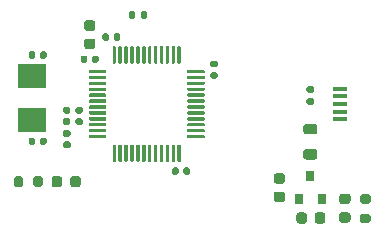
<source format=gbr>
%TF.GenerationSoftware,KiCad,Pcbnew,(5.1.7)-1*%
%TF.CreationDate,2020-11-21T17:56:59+01:00*%
%TF.ProjectId,SimpleTM32,53696d70-6c65-4544-9d33-322e6b696361,rev?*%
%TF.SameCoordinates,Original*%
%TF.FileFunction,Paste,Top*%
%TF.FilePolarity,Positive*%
%FSLAX46Y46*%
G04 Gerber Fmt 4.6, Leading zero omitted, Abs format (unit mm)*
G04 Created by KiCad (PCBNEW (5.1.7)-1) date 2020-11-21 17:56:59*
%MOMM*%
%LPD*%
G01*
G04 APERTURE LIST*
%ADD10R,2.400000X2.000000*%
%ADD11R,0.800000X0.900000*%
%ADD12R,1.300000X0.450000*%
G04 APERTURE END LIST*
%TO.C,U2*%
G36*
G01*
X69100000Y-42220000D02*
X69100000Y-40895000D01*
G75*
G02*
X69175000Y-40820000I75000J0D01*
G01*
X69325000Y-40820000D01*
G75*
G02*
X69400000Y-40895000I0J-75000D01*
G01*
X69400000Y-42220000D01*
G75*
G02*
X69325000Y-42295000I-75000J0D01*
G01*
X69175000Y-42295000D01*
G75*
G02*
X69100000Y-42220000I0J75000D01*
G01*
G37*
G36*
G01*
X69600000Y-42220000D02*
X69600000Y-40895000D01*
G75*
G02*
X69675000Y-40820000I75000J0D01*
G01*
X69825000Y-40820000D01*
G75*
G02*
X69900000Y-40895000I0J-75000D01*
G01*
X69900000Y-42220000D01*
G75*
G02*
X69825000Y-42295000I-75000J0D01*
G01*
X69675000Y-42295000D01*
G75*
G02*
X69600000Y-42220000I0J75000D01*
G01*
G37*
G36*
G01*
X70100000Y-42220000D02*
X70100000Y-40895000D01*
G75*
G02*
X70175000Y-40820000I75000J0D01*
G01*
X70325000Y-40820000D01*
G75*
G02*
X70400000Y-40895000I0J-75000D01*
G01*
X70400000Y-42220000D01*
G75*
G02*
X70325000Y-42295000I-75000J0D01*
G01*
X70175000Y-42295000D01*
G75*
G02*
X70100000Y-42220000I0J75000D01*
G01*
G37*
G36*
G01*
X70600000Y-42220000D02*
X70600000Y-40895000D01*
G75*
G02*
X70675000Y-40820000I75000J0D01*
G01*
X70825000Y-40820000D01*
G75*
G02*
X70900000Y-40895000I0J-75000D01*
G01*
X70900000Y-42220000D01*
G75*
G02*
X70825000Y-42295000I-75000J0D01*
G01*
X70675000Y-42295000D01*
G75*
G02*
X70600000Y-42220000I0J75000D01*
G01*
G37*
G36*
G01*
X71100000Y-42220000D02*
X71100000Y-40895000D01*
G75*
G02*
X71175000Y-40820000I75000J0D01*
G01*
X71325000Y-40820000D01*
G75*
G02*
X71400000Y-40895000I0J-75000D01*
G01*
X71400000Y-42220000D01*
G75*
G02*
X71325000Y-42295000I-75000J0D01*
G01*
X71175000Y-42295000D01*
G75*
G02*
X71100000Y-42220000I0J75000D01*
G01*
G37*
G36*
G01*
X71600000Y-42220000D02*
X71600000Y-40895000D01*
G75*
G02*
X71675000Y-40820000I75000J0D01*
G01*
X71825000Y-40820000D01*
G75*
G02*
X71900000Y-40895000I0J-75000D01*
G01*
X71900000Y-42220000D01*
G75*
G02*
X71825000Y-42295000I-75000J0D01*
G01*
X71675000Y-42295000D01*
G75*
G02*
X71600000Y-42220000I0J75000D01*
G01*
G37*
G36*
G01*
X72100000Y-42220000D02*
X72100000Y-40895000D01*
G75*
G02*
X72175000Y-40820000I75000J0D01*
G01*
X72325000Y-40820000D01*
G75*
G02*
X72400000Y-40895000I0J-75000D01*
G01*
X72400000Y-42220000D01*
G75*
G02*
X72325000Y-42295000I-75000J0D01*
G01*
X72175000Y-42295000D01*
G75*
G02*
X72100000Y-42220000I0J75000D01*
G01*
G37*
G36*
G01*
X72600000Y-42220000D02*
X72600000Y-40895000D01*
G75*
G02*
X72675000Y-40820000I75000J0D01*
G01*
X72825000Y-40820000D01*
G75*
G02*
X72900000Y-40895000I0J-75000D01*
G01*
X72900000Y-42220000D01*
G75*
G02*
X72825000Y-42295000I-75000J0D01*
G01*
X72675000Y-42295000D01*
G75*
G02*
X72600000Y-42220000I0J75000D01*
G01*
G37*
G36*
G01*
X73100000Y-42220000D02*
X73100000Y-40895000D01*
G75*
G02*
X73175000Y-40820000I75000J0D01*
G01*
X73325000Y-40820000D01*
G75*
G02*
X73400000Y-40895000I0J-75000D01*
G01*
X73400000Y-42220000D01*
G75*
G02*
X73325000Y-42295000I-75000J0D01*
G01*
X73175000Y-42295000D01*
G75*
G02*
X73100000Y-42220000I0J75000D01*
G01*
G37*
G36*
G01*
X73600000Y-42220000D02*
X73600000Y-40895000D01*
G75*
G02*
X73675000Y-40820000I75000J0D01*
G01*
X73825000Y-40820000D01*
G75*
G02*
X73900000Y-40895000I0J-75000D01*
G01*
X73900000Y-42220000D01*
G75*
G02*
X73825000Y-42295000I-75000J0D01*
G01*
X73675000Y-42295000D01*
G75*
G02*
X73600000Y-42220000I0J75000D01*
G01*
G37*
G36*
G01*
X74100000Y-42220000D02*
X74100000Y-40895000D01*
G75*
G02*
X74175000Y-40820000I75000J0D01*
G01*
X74325000Y-40820000D01*
G75*
G02*
X74400000Y-40895000I0J-75000D01*
G01*
X74400000Y-42220000D01*
G75*
G02*
X74325000Y-42295000I-75000J0D01*
G01*
X74175000Y-42295000D01*
G75*
G02*
X74100000Y-42220000I0J75000D01*
G01*
G37*
G36*
G01*
X74600000Y-42220000D02*
X74600000Y-40895000D01*
G75*
G02*
X74675000Y-40820000I75000J0D01*
G01*
X74825000Y-40820000D01*
G75*
G02*
X74900000Y-40895000I0J-75000D01*
G01*
X74900000Y-42220000D01*
G75*
G02*
X74825000Y-42295000I-75000J0D01*
G01*
X74675000Y-42295000D01*
G75*
G02*
X74600000Y-42220000I0J75000D01*
G01*
G37*
G36*
G01*
X75425000Y-43045000D02*
X75425000Y-42895000D01*
G75*
G02*
X75500000Y-42820000I75000J0D01*
G01*
X76825000Y-42820000D01*
G75*
G02*
X76900000Y-42895000I0J-75000D01*
G01*
X76900000Y-43045000D01*
G75*
G02*
X76825000Y-43120000I-75000J0D01*
G01*
X75500000Y-43120000D01*
G75*
G02*
X75425000Y-43045000I0J75000D01*
G01*
G37*
G36*
G01*
X75425000Y-43545000D02*
X75425000Y-43395000D01*
G75*
G02*
X75500000Y-43320000I75000J0D01*
G01*
X76825000Y-43320000D01*
G75*
G02*
X76900000Y-43395000I0J-75000D01*
G01*
X76900000Y-43545000D01*
G75*
G02*
X76825000Y-43620000I-75000J0D01*
G01*
X75500000Y-43620000D01*
G75*
G02*
X75425000Y-43545000I0J75000D01*
G01*
G37*
G36*
G01*
X75425000Y-44045000D02*
X75425000Y-43895000D01*
G75*
G02*
X75500000Y-43820000I75000J0D01*
G01*
X76825000Y-43820000D01*
G75*
G02*
X76900000Y-43895000I0J-75000D01*
G01*
X76900000Y-44045000D01*
G75*
G02*
X76825000Y-44120000I-75000J0D01*
G01*
X75500000Y-44120000D01*
G75*
G02*
X75425000Y-44045000I0J75000D01*
G01*
G37*
G36*
G01*
X75425000Y-44545000D02*
X75425000Y-44395000D01*
G75*
G02*
X75500000Y-44320000I75000J0D01*
G01*
X76825000Y-44320000D01*
G75*
G02*
X76900000Y-44395000I0J-75000D01*
G01*
X76900000Y-44545000D01*
G75*
G02*
X76825000Y-44620000I-75000J0D01*
G01*
X75500000Y-44620000D01*
G75*
G02*
X75425000Y-44545000I0J75000D01*
G01*
G37*
G36*
G01*
X75425000Y-45045000D02*
X75425000Y-44895000D01*
G75*
G02*
X75500000Y-44820000I75000J0D01*
G01*
X76825000Y-44820000D01*
G75*
G02*
X76900000Y-44895000I0J-75000D01*
G01*
X76900000Y-45045000D01*
G75*
G02*
X76825000Y-45120000I-75000J0D01*
G01*
X75500000Y-45120000D01*
G75*
G02*
X75425000Y-45045000I0J75000D01*
G01*
G37*
G36*
G01*
X75425000Y-45545000D02*
X75425000Y-45395000D01*
G75*
G02*
X75500000Y-45320000I75000J0D01*
G01*
X76825000Y-45320000D01*
G75*
G02*
X76900000Y-45395000I0J-75000D01*
G01*
X76900000Y-45545000D01*
G75*
G02*
X76825000Y-45620000I-75000J0D01*
G01*
X75500000Y-45620000D01*
G75*
G02*
X75425000Y-45545000I0J75000D01*
G01*
G37*
G36*
G01*
X75425000Y-46045000D02*
X75425000Y-45895000D01*
G75*
G02*
X75500000Y-45820000I75000J0D01*
G01*
X76825000Y-45820000D01*
G75*
G02*
X76900000Y-45895000I0J-75000D01*
G01*
X76900000Y-46045000D01*
G75*
G02*
X76825000Y-46120000I-75000J0D01*
G01*
X75500000Y-46120000D01*
G75*
G02*
X75425000Y-46045000I0J75000D01*
G01*
G37*
G36*
G01*
X75425000Y-46545000D02*
X75425000Y-46395000D01*
G75*
G02*
X75500000Y-46320000I75000J0D01*
G01*
X76825000Y-46320000D01*
G75*
G02*
X76900000Y-46395000I0J-75000D01*
G01*
X76900000Y-46545000D01*
G75*
G02*
X76825000Y-46620000I-75000J0D01*
G01*
X75500000Y-46620000D01*
G75*
G02*
X75425000Y-46545000I0J75000D01*
G01*
G37*
G36*
G01*
X75425000Y-47045000D02*
X75425000Y-46895000D01*
G75*
G02*
X75500000Y-46820000I75000J0D01*
G01*
X76825000Y-46820000D01*
G75*
G02*
X76900000Y-46895000I0J-75000D01*
G01*
X76900000Y-47045000D01*
G75*
G02*
X76825000Y-47120000I-75000J0D01*
G01*
X75500000Y-47120000D01*
G75*
G02*
X75425000Y-47045000I0J75000D01*
G01*
G37*
G36*
G01*
X75425000Y-47545000D02*
X75425000Y-47395000D01*
G75*
G02*
X75500000Y-47320000I75000J0D01*
G01*
X76825000Y-47320000D01*
G75*
G02*
X76900000Y-47395000I0J-75000D01*
G01*
X76900000Y-47545000D01*
G75*
G02*
X76825000Y-47620000I-75000J0D01*
G01*
X75500000Y-47620000D01*
G75*
G02*
X75425000Y-47545000I0J75000D01*
G01*
G37*
G36*
G01*
X75425000Y-48045000D02*
X75425000Y-47895000D01*
G75*
G02*
X75500000Y-47820000I75000J0D01*
G01*
X76825000Y-47820000D01*
G75*
G02*
X76900000Y-47895000I0J-75000D01*
G01*
X76900000Y-48045000D01*
G75*
G02*
X76825000Y-48120000I-75000J0D01*
G01*
X75500000Y-48120000D01*
G75*
G02*
X75425000Y-48045000I0J75000D01*
G01*
G37*
G36*
G01*
X75425000Y-48545000D02*
X75425000Y-48395000D01*
G75*
G02*
X75500000Y-48320000I75000J0D01*
G01*
X76825000Y-48320000D01*
G75*
G02*
X76900000Y-48395000I0J-75000D01*
G01*
X76900000Y-48545000D01*
G75*
G02*
X76825000Y-48620000I-75000J0D01*
G01*
X75500000Y-48620000D01*
G75*
G02*
X75425000Y-48545000I0J75000D01*
G01*
G37*
G36*
G01*
X74600000Y-50545000D02*
X74600000Y-49220000D01*
G75*
G02*
X74675000Y-49145000I75000J0D01*
G01*
X74825000Y-49145000D01*
G75*
G02*
X74900000Y-49220000I0J-75000D01*
G01*
X74900000Y-50545000D01*
G75*
G02*
X74825000Y-50620000I-75000J0D01*
G01*
X74675000Y-50620000D01*
G75*
G02*
X74600000Y-50545000I0J75000D01*
G01*
G37*
G36*
G01*
X74100000Y-50545000D02*
X74100000Y-49220000D01*
G75*
G02*
X74175000Y-49145000I75000J0D01*
G01*
X74325000Y-49145000D01*
G75*
G02*
X74400000Y-49220000I0J-75000D01*
G01*
X74400000Y-50545000D01*
G75*
G02*
X74325000Y-50620000I-75000J0D01*
G01*
X74175000Y-50620000D01*
G75*
G02*
X74100000Y-50545000I0J75000D01*
G01*
G37*
G36*
G01*
X73600000Y-50545000D02*
X73600000Y-49220000D01*
G75*
G02*
X73675000Y-49145000I75000J0D01*
G01*
X73825000Y-49145000D01*
G75*
G02*
X73900000Y-49220000I0J-75000D01*
G01*
X73900000Y-50545000D01*
G75*
G02*
X73825000Y-50620000I-75000J0D01*
G01*
X73675000Y-50620000D01*
G75*
G02*
X73600000Y-50545000I0J75000D01*
G01*
G37*
G36*
G01*
X73100000Y-50545000D02*
X73100000Y-49220000D01*
G75*
G02*
X73175000Y-49145000I75000J0D01*
G01*
X73325000Y-49145000D01*
G75*
G02*
X73400000Y-49220000I0J-75000D01*
G01*
X73400000Y-50545000D01*
G75*
G02*
X73325000Y-50620000I-75000J0D01*
G01*
X73175000Y-50620000D01*
G75*
G02*
X73100000Y-50545000I0J75000D01*
G01*
G37*
G36*
G01*
X72600000Y-50545000D02*
X72600000Y-49220000D01*
G75*
G02*
X72675000Y-49145000I75000J0D01*
G01*
X72825000Y-49145000D01*
G75*
G02*
X72900000Y-49220000I0J-75000D01*
G01*
X72900000Y-50545000D01*
G75*
G02*
X72825000Y-50620000I-75000J0D01*
G01*
X72675000Y-50620000D01*
G75*
G02*
X72600000Y-50545000I0J75000D01*
G01*
G37*
G36*
G01*
X72100000Y-50545000D02*
X72100000Y-49220000D01*
G75*
G02*
X72175000Y-49145000I75000J0D01*
G01*
X72325000Y-49145000D01*
G75*
G02*
X72400000Y-49220000I0J-75000D01*
G01*
X72400000Y-50545000D01*
G75*
G02*
X72325000Y-50620000I-75000J0D01*
G01*
X72175000Y-50620000D01*
G75*
G02*
X72100000Y-50545000I0J75000D01*
G01*
G37*
G36*
G01*
X71600000Y-50545000D02*
X71600000Y-49220000D01*
G75*
G02*
X71675000Y-49145000I75000J0D01*
G01*
X71825000Y-49145000D01*
G75*
G02*
X71900000Y-49220000I0J-75000D01*
G01*
X71900000Y-50545000D01*
G75*
G02*
X71825000Y-50620000I-75000J0D01*
G01*
X71675000Y-50620000D01*
G75*
G02*
X71600000Y-50545000I0J75000D01*
G01*
G37*
G36*
G01*
X71100000Y-50545000D02*
X71100000Y-49220000D01*
G75*
G02*
X71175000Y-49145000I75000J0D01*
G01*
X71325000Y-49145000D01*
G75*
G02*
X71400000Y-49220000I0J-75000D01*
G01*
X71400000Y-50545000D01*
G75*
G02*
X71325000Y-50620000I-75000J0D01*
G01*
X71175000Y-50620000D01*
G75*
G02*
X71100000Y-50545000I0J75000D01*
G01*
G37*
G36*
G01*
X70600000Y-50545000D02*
X70600000Y-49220000D01*
G75*
G02*
X70675000Y-49145000I75000J0D01*
G01*
X70825000Y-49145000D01*
G75*
G02*
X70900000Y-49220000I0J-75000D01*
G01*
X70900000Y-50545000D01*
G75*
G02*
X70825000Y-50620000I-75000J0D01*
G01*
X70675000Y-50620000D01*
G75*
G02*
X70600000Y-50545000I0J75000D01*
G01*
G37*
G36*
G01*
X70100000Y-50545000D02*
X70100000Y-49220000D01*
G75*
G02*
X70175000Y-49145000I75000J0D01*
G01*
X70325000Y-49145000D01*
G75*
G02*
X70400000Y-49220000I0J-75000D01*
G01*
X70400000Y-50545000D01*
G75*
G02*
X70325000Y-50620000I-75000J0D01*
G01*
X70175000Y-50620000D01*
G75*
G02*
X70100000Y-50545000I0J75000D01*
G01*
G37*
G36*
G01*
X69600000Y-50545000D02*
X69600000Y-49220000D01*
G75*
G02*
X69675000Y-49145000I75000J0D01*
G01*
X69825000Y-49145000D01*
G75*
G02*
X69900000Y-49220000I0J-75000D01*
G01*
X69900000Y-50545000D01*
G75*
G02*
X69825000Y-50620000I-75000J0D01*
G01*
X69675000Y-50620000D01*
G75*
G02*
X69600000Y-50545000I0J75000D01*
G01*
G37*
G36*
G01*
X69100000Y-50545000D02*
X69100000Y-49220000D01*
G75*
G02*
X69175000Y-49145000I75000J0D01*
G01*
X69325000Y-49145000D01*
G75*
G02*
X69400000Y-49220000I0J-75000D01*
G01*
X69400000Y-50545000D01*
G75*
G02*
X69325000Y-50620000I-75000J0D01*
G01*
X69175000Y-50620000D01*
G75*
G02*
X69100000Y-50545000I0J75000D01*
G01*
G37*
G36*
G01*
X67100000Y-48545000D02*
X67100000Y-48395000D01*
G75*
G02*
X67175000Y-48320000I75000J0D01*
G01*
X68500000Y-48320000D01*
G75*
G02*
X68575000Y-48395000I0J-75000D01*
G01*
X68575000Y-48545000D01*
G75*
G02*
X68500000Y-48620000I-75000J0D01*
G01*
X67175000Y-48620000D01*
G75*
G02*
X67100000Y-48545000I0J75000D01*
G01*
G37*
G36*
G01*
X67100000Y-48045000D02*
X67100000Y-47895000D01*
G75*
G02*
X67175000Y-47820000I75000J0D01*
G01*
X68500000Y-47820000D01*
G75*
G02*
X68575000Y-47895000I0J-75000D01*
G01*
X68575000Y-48045000D01*
G75*
G02*
X68500000Y-48120000I-75000J0D01*
G01*
X67175000Y-48120000D01*
G75*
G02*
X67100000Y-48045000I0J75000D01*
G01*
G37*
G36*
G01*
X67100000Y-47545000D02*
X67100000Y-47395000D01*
G75*
G02*
X67175000Y-47320000I75000J0D01*
G01*
X68500000Y-47320000D01*
G75*
G02*
X68575000Y-47395000I0J-75000D01*
G01*
X68575000Y-47545000D01*
G75*
G02*
X68500000Y-47620000I-75000J0D01*
G01*
X67175000Y-47620000D01*
G75*
G02*
X67100000Y-47545000I0J75000D01*
G01*
G37*
G36*
G01*
X67100000Y-47045000D02*
X67100000Y-46895000D01*
G75*
G02*
X67175000Y-46820000I75000J0D01*
G01*
X68500000Y-46820000D01*
G75*
G02*
X68575000Y-46895000I0J-75000D01*
G01*
X68575000Y-47045000D01*
G75*
G02*
X68500000Y-47120000I-75000J0D01*
G01*
X67175000Y-47120000D01*
G75*
G02*
X67100000Y-47045000I0J75000D01*
G01*
G37*
G36*
G01*
X67100000Y-46545000D02*
X67100000Y-46395000D01*
G75*
G02*
X67175000Y-46320000I75000J0D01*
G01*
X68500000Y-46320000D01*
G75*
G02*
X68575000Y-46395000I0J-75000D01*
G01*
X68575000Y-46545000D01*
G75*
G02*
X68500000Y-46620000I-75000J0D01*
G01*
X67175000Y-46620000D01*
G75*
G02*
X67100000Y-46545000I0J75000D01*
G01*
G37*
G36*
G01*
X67100000Y-46045000D02*
X67100000Y-45895000D01*
G75*
G02*
X67175000Y-45820000I75000J0D01*
G01*
X68500000Y-45820000D01*
G75*
G02*
X68575000Y-45895000I0J-75000D01*
G01*
X68575000Y-46045000D01*
G75*
G02*
X68500000Y-46120000I-75000J0D01*
G01*
X67175000Y-46120000D01*
G75*
G02*
X67100000Y-46045000I0J75000D01*
G01*
G37*
G36*
G01*
X67100000Y-45545000D02*
X67100000Y-45395000D01*
G75*
G02*
X67175000Y-45320000I75000J0D01*
G01*
X68500000Y-45320000D01*
G75*
G02*
X68575000Y-45395000I0J-75000D01*
G01*
X68575000Y-45545000D01*
G75*
G02*
X68500000Y-45620000I-75000J0D01*
G01*
X67175000Y-45620000D01*
G75*
G02*
X67100000Y-45545000I0J75000D01*
G01*
G37*
G36*
G01*
X67100000Y-45045000D02*
X67100000Y-44895000D01*
G75*
G02*
X67175000Y-44820000I75000J0D01*
G01*
X68500000Y-44820000D01*
G75*
G02*
X68575000Y-44895000I0J-75000D01*
G01*
X68575000Y-45045000D01*
G75*
G02*
X68500000Y-45120000I-75000J0D01*
G01*
X67175000Y-45120000D01*
G75*
G02*
X67100000Y-45045000I0J75000D01*
G01*
G37*
G36*
G01*
X67100000Y-44545000D02*
X67100000Y-44395000D01*
G75*
G02*
X67175000Y-44320000I75000J0D01*
G01*
X68500000Y-44320000D01*
G75*
G02*
X68575000Y-44395000I0J-75000D01*
G01*
X68575000Y-44545000D01*
G75*
G02*
X68500000Y-44620000I-75000J0D01*
G01*
X67175000Y-44620000D01*
G75*
G02*
X67100000Y-44545000I0J75000D01*
G01*
G37*
G36*
G01*
X67100000Y-44045000D02*
X67100000Y-43895000D01*
G75*
G02*
X67175000Y-43820000I75000J0D01*
G01*
X68500000Y-43820000D01*
G75*
G02*
X68575000Y-43895000I0J-75000D01*
G01*
X68575000Y-44045000D01*
G75*
G02*
X68500000Y-44120000I-75000J0D01*
G01*
X67175000Y-44120000D01*
G75*
G02*
X67100000Y-44045000I0J75000D01*
G01*
G37*
G36*
G01*
X67100000Y-43545000D02*
X67100000Y-43395000D01*
G75*
G02*
X67175000Y-43320000I75000J0D01*
G01*
X68500000Y-43320000D01*
G75*
G02*
X68575000Y-43395000I0J-75000D01*
G01*
X68575000Y-43545000D01*
G75*
G02*
X68500000Y-43620000I-75000J0D01*
G01*
X67175000Y-43620000D01*
G75*
G02*
X67100000Y-43545000I0J75000D01*
G01*
G37*
G36*
G01*
X67100000Y-43045000D02*
X67100000Y-42895000D01*
G75*
G02*
X67175000Y-42820000I75000J0D01*
G01*
X68500000Y-42820000D01*
G75*
G02*
X68575000Y-42895000I0J-75000D01*
G01*
X68575000Y-43045000D01*
G75*
G02*
X68500000Y-43120000I-75000J0D01*
G01*
X67175000Y-43120000D01*
G75*
G02*
X67100000Y-43045000I0J75000D01*
G01*
G37*
%TD*%
%TO.C,R4*%
G36*
G01*
X85655000Y-45240000D02*
X86025000Y-45240000D01*
G75*
G02*
X86160000Y-45375000I0J-135000D01*
G01*
X86160000Y-45645000D01*
G75*
G02*
X86025000Y-45780000I-135000J0D01*
G01*
X85655000Y-45780000D01*
G75*
G02*
X85520000Y-45645000I0J135000D01*
G01*
X85520000Y-45375000D01*
G75*
G02*
X85655000Y-45240000I135000J0D01*
G01*
G37*
G36*
G01*
X85655000Y-44220000D02*
X86025000Y-44220000D01*
G75*
G02*
X86160000Y-44355000I0J-135000D01*
G01*
X86160000Y-44625000D01*
G75*
G02*
X86025000Y-44760000I-135000J0D01*
G01*
X85655000Y-44760000D01*
G75*
G02*
X85520000Y-44625000I0J135000D01*
G01*
X85520000Y-44355000D01*
G75*
G02*
X85655000Y-44220000I135000J0D01*
G01*
G37*
%TD*%
D10*
%TO.C,Y1*%
X62275000Y-47075000D03*
X62275000Y-43375000D03*
%TD*%
D11*
%TO.C,U1*%
X85850000Y-51800000D03*
X86800000Y-53800000D03*
X84900000Y-53800000D03*
%TD*%
%TO.C,R3*%
G36*
G01*
X61550000Y-52025000D02*
X61550000Y-52575000D01*
G75*
G02*
X61350000Y-52775000I-200000J0D01*
G01*
X60950000Y-52775000D01*
G75*
G02*
X60750000Y-52575000I0J200000D01*
G01*
X60750000Y-52025000D01*
G75*
G02*
X60950000Y-51825000I200000J0D01*
G01*
X61350000Y-51825000D01*
G75*
G02*
X61550000Y-52025000I0J-200000D01*
G01*
G37*
G36*
G01*
X63200000Y-52025000D02*
X63200000Y-52575000D01*
G75*
G02*
X63000000Y-52775000I-200000J0D01*
G01*
X62600000Y-52775000D01*
G75*
G02*
X62400000Y-52575000I0J200000D01*
G01*
X62400000Y-52025000D01*
G75*
G02*
X62600000Y-51825000I200000J0D01*
G01*
X63000000Y-51825000D01*
G75*
G02*
X63200000Y-52025000I0J-200000D01*
G01*
G37*
%TD*%
%TO.C,R2*%
G36*
G01*
X71490000Y-38360000D02*
X71490000Y-37990000D01*
G75*
G02*
X71625000Y-37855000I135000J0D01*
G01*
X71895000Y-37855000D01*
G75*
G02*
X72030000Y-37990000I0J-135000D01*
G01*
X72030000Y-38360000D01*
G75*
G02*
X71895000Y-38495000I-135000J0D01*
G01*
X71625000Y-38495000D01*
G75*
G02*
X71490000Y-38360000I0J135000D01*
G01*
G37*
G36*
G01*
X70470000Y-38360000D02*
X70470000Y-37990000D01*
G75*
G02*
X70605000Y-37855000I135000J0D01*
G01*
X70875000Y-37855000D01*
G75*
G02*
X71010000Y-37990000I0J-135000D01*
G01*
X71010000Y-38360000D01*
G75*
G02*
X70875000Y-38495000I-135000J0D01*
G01*
X70605000Y-38495000D01*
G75*
G02*
X70470000Y-38360000I0J135000D01*
G01*
G37*
%TD*%
%TO.C,R1*%
G36*
G01*
X90225000Y-55000000D02*
X90775000Y-55000000D01*
G75*
G02*
X90975000Y-55200000I0J-200000D01*
G01*
X90975000Y-55600000D01*
G75*
G02*
X90775000Y-55800000I-200000J0D01*
G01*
X90225000Y-55800000D01*
G75*
G02*
X90025000Y-55600000I0J200000D01*
G01*
X90025000Y-55200000D01*
G75*
G02*
X90225000Y-55000000I200000J0D01*
G01*
G37*
G36*
G01*
X90225000Y-53350000D02*
X90775000Y-53350000D01*
G75*
G02*
X90975000Y-53550000I0J-200000D01*
G01*
X90975000Y-53950000D01*
G75*
G02*
X90775000Y-54150000I-200000J0D01*
G01*
X90225000Y-54150000D01*
G75*
G02*
X90025000Y-53950000I0J200000D01*
G01*
X90025000Y-53550000D01*
G75*
G02*
X90225000Y-53350000I200000J0D01*
G01*
G37*
%TD*%
%TO.C,L1*%
G36*
G01*
X65397500Y-48495000D02*
X65052500Y-48495000D01*
G75*
G02*
X64905000Y-48347500I0J147500D01*
G01*
X64905000Y-48052500D01*
G75*
G02*
X65052500Y-47905000I147500J0D01*
G01*
X65397500Y-47905000D01*
G75*
G02*
X65545000Y-48052500I0J-147500D01*
G01*
X65545000Y-48347500D01*
G75*
G02*
X65397500Y-48495000I-147500J0D01*
G01*
G37*
G36*
G01*
X65397500Y-49465000D02*
X65052500Y-49465000D01*
G75*
G02*
X64905000Y-49317500I0J147500D01*
G01*
X64905000Y-49022500D01*
G75*
G02*
X65052500Y-48875000I147500J0D01*
G01*
X65397500Y-48875000D01*
G75*
G02*
X65545000Y-49022500I0J-147500D01*
G01*
X65545000Y-49317500D01*
G75*
G02*
X65397500Y-49465000I-147500J0D01*
G01*
G37*
%TD*%
D12*
%TO.C,J1*%
X88350000Y-44420000D03*
X88350000Y-45070000D03*
X88350000Y-45720000D03*
X88350000Y-46370000D03*
X88350000Y-47020000D03*
%TD*%
%TO.C,FB1*%
G36*
G01*
X86231250Y-48292500D02*
X85468750Y-48292500D01*
G75*
G02*
X85250000Y-48073750I0J218750D01*
G01*
X85250000Y-47636250D01*
G75*
G02*
X85468750Y-47417500I218750J0D01*
G01*
X86231250Y-47417500D01*
G75*
G02*
X86450000Y-47636250I0J-218750D01*
G01*
X86450000Y-48073750D01*
G75*
G02*
X86231250Y-48292500I-218750J0D01*
G01*
G37*
G36*
G01*
X86231250Y-50417500D02*
X85468750Y-50417500D01*
G75*
G02*
X85250000Y-50198750I0J218750D01*
G01*
X85250000Y-49761250D01*
G75*
G02*
X85468750Y-49542500I218750J0D01*
G01*
X86231250Y-49542500D01*
G75*
G02*
X86450000Y-49761250I0J-218750D01*
G01*
X86450000Y-50198750D01*
G75*
G02*
X86231250Y-50417500I-218750J0D01*
G01*
G37*
%TD*%
%TO.C,D2*%
G36*
G01*
X65525000Y-52556250D02*
X65525000Y-52043750D01*
G75*
G02*
X65743750Y-51825000I218750J0D01*
G01*
X66181250Y-51825000D01*
G75*
G02*
X66400000Y-52043750I0J-218750D01*
G01*
X66400000Y-52556250D01*
G75*
G02*
X66181250Y-52775000I-218750J0D01*
G01*
X65743750Y-52775000D01*
G75*
G02*
X65525000Y-52556250I0J218750D01*
G01*
G37*
G36*
G01*
X63950000Y-52556250D02*
X63950000Y-52043750D01*
G75*
G02*
X64168750Y-51825000I218750J0D01*
G01*
X64606250Y-51825000D01*
G75*
G02*
X64825000Y-52043750I0J-218750D01*
G01*
X64825000Y-52556250D01*
G75*
G02*
X64606250Y-52775000I-218750J0D01*
G01*
X64168750Y-52775000D01*
G75*
G02*
X63950000Y-52556250I0J218750D01*
G01*
G37*
%TD*%
%TO.C,D1*%
G36*
G01*
X88518750Y-54887500D02*
X89031250Y-54887500D01*
G75*
G02*
X89250000Y-55106250I0J-218750D01*
G01*
X89250000Y-55543750D01*
G75*
G02*
X89031250Y-55762500I-218750J0D01*
G01*
X88518750Y-55762500D01*
G75*
G02*
X88300000Y-55543750I0J218750D01*
G01*
X88300000Y-55106250D01*
G75*
G02*
X88518750Y-54887500I218750J0D01*
G01*
G37*
G36*
G01*
X88518750Y-53312500D02*
X89031250Y-53312500D01*
G75*
G02*
X89250000Y-53531250I0J-218750D01*
G01*
X89250000Y-53968750D01*
G75*
G02*
X89031250Y-54187500I-218750J0D01*
G01*
X88518750Y-54187500D01*
G75*
G02*
X88300000Y-53968750I0J218750D01*
G01*
X88300000Y-53531250D01*
G75*
G02*
X88518750Y-53312500I218750J0D01*
G01*
G37*
%TD*%
%TO.C,C11*%
G36*
G01*
X62955000Y-49045000D02*
X62955000Y-48705000D01*
G75*
G02*
X63095000Y-48565000I140000J0D01*
G01*
X63375000Y-48565000D01*
G75*
G02*
X63515000Y-48705000I0J-140000D01*
G01*
X63515000Y-49045000D01*
G75*
G02*
X63375000Y-49185000I-140000J0D01*
G01*
X63095000Y-49185000D01*
G75*
G02*
X62955000Y-49045000I0J140000D01*
G01*
G37*
G36*
G01*
X61995000Y-49045000D02*
X61995000Y-48705000D01*
G75*
G02*
X62135000Y-48565000I140000J0D01*
G01*
X62415000Y-48565000D01*
G75*
G02*
X62555000Y-48705000I0J-140000D01*
G01*
X62555000Y-49045000D01*
G75*
G02*
X62415000Y-49185000I-140000J0D01*
G01*
X62135000Y-49185000D01*
G75*
G02*
X61995000Y-49045000I0J140000D01*
G01*
G37*
%TD*%
%TO.C,C10*%
G36*
G01*
X62960000Y-41745000D02*
X62960000Y-41405000D01*
G75*
G02*
X63100000Y-41265000I140000J0D01*
G01*
X63380000Y-41265000D01*
G75*
G02*
X63520000Y-41405000I0J-140000D01*
G01*
X63520000Y-41745000D01*
G75*
G02*
X63380000Y-41885000I-140000J0D01*
G01*
X63100000Y-41885000D01*
G75*
G02*
X62960000Y-41745000I0J140000D01*
G01*
G37*
G36*
G01*
X62000000Y-41745000D02*
X62000000Y-41405000D01*
G75*
G02*
X62140000Y-41265000I140000J0D01*
G01*
X62420000Y-41265000D01*
G75*
G02*
X62560000Y-41405000I0J-140000D01*
G01*
X62560000Y-41745000D01*
G75*
G02*
X62420000Y-41885000I-140000J0D01*
G01*
X62140000Y-41885000D01*
G75*
G02*
X62000000Y-41745000I0J140000D01*
G01*
G37*
%TD*%
%TO.C,C9*%
G36*
G01*
X66445000Y-46525000D02*
X66105000Y-46525000D01*
G75*
G02*
X65965000Y-46385000I0J140000D01*
G01*
X65965000Y-46105000D01*
G75*
G02*
X66105000Y-45965000I140000J0D01*
G01*
X66445000Y-45965000D01*
G75*
G02*
X66585000Y-46105000I0J-140000D01*
G01*
X66585000Y-46385000D01*
G75*
G02*
X66445000Y-46525000I-140000J0D01*
G01*
G37*
G36*
G01*
X66445000Y-47485000D02*
X66105000Y-47485000D01*
G75*
G02*
X65965000Y-47345000I0J140000D01*
G01*
X65965000Y-47065000D01*
G75*
G02*
X66105000Y-46925000I140000J0D01*
G01*
X66445000Y-46925000D01*
G75*
G02*
X66585000Y-47065000I0J-140000D01*
G01*
X66585000Y-47345000D01*
G75*
G02*
X66445000Y-47485000I-140000J0D01*
G01*
G37*
%TD*%
%TO.C,C8*%
G36*
G01*
X65395000Y-46520000D02*
X65055000Y-46520000D01*
G75*
G02*
X64915000Y-46380000I0J140000D01*
G01*
X64915000Y-46100000D01*
G75*
G02*
X65055000Y-45960000I140000J0D01*
G01*
X65395000Y-45960000D01*
G75*
G02*
X65535000Y-46100000I0J-140000D01*
G01*
X65535000Y-46380000D01*
G75*
G02*
X65395000Y-46520000I-140000J0D01*
G01*
G37*
G36*
G01*
X65395000Y-47480000D02*
X65055000Y-47480000D01*
G75*
G02*
X64915000Y-47340000I0J140000D01*
G01*
X64915000Y-47060000D01*
G75*
G02*
X65055000Y-46920000I140000J0D01*
G01*
X65395000Y-46920000D01*
G75*
G02*
X65535000Y-47060000I0J-140000D01*
G01*
X65535000Y-47340000D01*
G75*
G02*
X65395000Y-47480000I-140000J0D01*
G01*
G37*
%TD*%
%TO.C,C7*%
G36*
G01*
X69200000Y-40220000D02*
X69200000Y-39880000D01*
G75*
G02*
X69340000Y-39740000I140000J0D01*
G01*
X69620000Y-39740000D01*
G75*
G02*
X69760000Y-39880000I0J-140000D01*
G01*
X69760000Y-40220000D01*
G75*
G02*
X69620000Y-40360000I-140000J0D01*
G01*
X69340000Y-40360000D01*
G75*
G02*
X69200000Y-40220000I0J140000D01*
G01*
G37*
G36*
G01*
X68240000Y-40220000D02*
X68240000Y-39880000D01*
G75*
G02*
X68380000Y-39740000I140000J0D01*
G01*
X68660000Y-39740000D01*
G75*
G02*
X68800000Y-39880000I0J-140000D01*
G01*
X68800000Y-40220000D01*
G75*
G02*
X68660000Y-40360000I-140000J0D01*
G01*
X68380000Y-40360000D01*
G75*
G02*
X68240000Y-40220000I0J140000D01*
G01*
G37*
%TD*%
%TO.C,C6*%
G36*
G01*
X77530000Y-43020000D02*
X77870000Y-43020000D01*
G75*
G02*
X78010000Y-43160000I0J-140000D01*
G01*
X78010000Y-43440000D01*
G75*
G02*
X77870000Y-43580000I-140000J0D01*
G01*
X77530000Y-43580000D01*
G75*
G02*
X77390000Y-43440000I0J140000D01*
G01*
X77390000Y-43160000D01*
G75*
G02*
X77530000Y-43020000I140000J0D01*
G01*
G37*
G36*
G01*
X77530000Y-42060000D02*
X77870000Y-42060000D01*
G75*
G02*
X78010000Y-42200000I0J-140000D01*
G01*
X78010000Y-42480000D01*
G75*
G02*
X77870000Y-42620000I-140000J0D01*
G01*
X77530000Y-42620000D01*
G75*
G02*
X77390000Y-42480000I0J140000D01*
G01*
X77390000Y-42200000D01*
G75*
G02*
X77530000Y-42060000I140000J0D01*
G01*
G37*
%TD*%
%TO.C,C5*%
G36*
G01*
X74700000Y-51230000D02*
X74700000Y-51570000D01*
G75*
G02*
X74560000Y-51710000I-140000J0D01*
G01*
X74280000Y-51710000D01*
G75*
G02*
X74140000Y-51570000I0J140000D01*
G01*
X74140000Y-51230000D01*
G75*
G02*
X74280000Y-51090000I140000J0D01*
G01*
X74560000Y-51090000D01*
G75*
G02*
X74700000Y-51230000I0J-140000D01*
G01*
G37*
G36*
G01*
X75660000Y-51230000D02*
X75660000Y-51570000D01*
G75*
G02*
X75520000Y-51710000I-140000J0D01*
G01*
X75240000Y-51710000D01*
G75*
G02*
X75100000Y-51570000I0J140000D01*
G01*
X75100000Y-51230000D01*
G75*
G02*
X75240000Y-51090000I140000J0D01*
G01*
X75520000Y-51090000D01*
G75*
G02*
X75660000Y-51230000I0J-140000D01*
G01*
G37*
%TD*%
%TO.C,C4*%
G36*
G01*
X66970000Y-41755000D02*
X66970000Y-42095000D01*
G75*
G02*
X66830000Y-42235000I-140000J0D01*
G01*
X66550000Y-42235000D01*
G75*
G02*
X66410000Y-42095000I0J140000D01*
G01*
X66410000Y-41755000D01*
G75*
G02*
X66550000Y-41615000I140000J0D01*
G01*
X66830000Y-41615000D01*
G75*
G02*
X66970000Y-41755000I0J-140000D01*
G01*
G37*
G36*
G01*
X67930000Y-41755000D02*
X67930000Y-42095000D01*
G75*
G02*
X67790000Y-42235000I-140000J0D01*
G01*
X67510000Y-42235000D01*
G75*
G02*
X67370000Y-42095000I0J140000D01*
G01*
X67370000Y-41755000D01*
G75*
G02*
X67510000Y-41615000I140000J0D01*
G01*
X67790000Y-41615000D01*
G75*
G02*
X67930000Y-41755000I0J-140000D01*
G01*
G37*
%TD*%
%TO.C,C3*%
G36*
G01*
X67425000Y-39525000D02*
X66925000Y-39525000D01*
G75*
G02*
X66700000Y-39300000I0J225000D01*
G01*
X66700000Y-38850000D01*
G75*
G02*
X66925000Y-38625000I225000J0D01*
G01*
X67425000Y-38625000D01*
G75*
G02*
X67650000Y-38850000I0J-225000D01*
G01*
X67650000Y-39300000D01*
G75*
G02*
X67425000Y-39525000I-225000J0D01*
G01*
G37*
G36*
G01*
X67425000Y-41075000D02*
X66925000Y-41075000D01*
G75*
G02*
X66700000Y-40850000I0J225000D01*
G01*
X66700000Y-40400000D01*
G75*
G02*
X66925000Y-40175000I225000J0D01*
G01*
X67425000Y-40175000D01*
G75*
G02*
X67650000Y-40400000I0J-225000D01*
G01*
X67650000Y-40850000D01*
G75*
G02*
X67425000Y-41075000I-225000J0D01*
G01*
G37*
%TD*%
%TO.C,C2*%
G36*
G01*
X85575000Y-55125000D02*
X85575000Y-55625000D01*
G75*
G02*
X85350000Y-55850000I-225000J0D01*
G01*
X84900000Y-55850000D01*
G75*
G02*
X84675000Y-55625000I0J225000D01*
G01*
X84675000Y-55125000D01*
G75*
G02*
X84900000Y-54900000I225000J0D01*
G01*
X85350000Y-54900000D01*
G75*
G02*
X85575000Y-55125000I0J-225000D01*
G01*
G37*
G36*
G01*
X87125000Y-55125000D02*
X87125000Y-55625000D01*
G75*
G02*
X86900000Y-55850000I-225000J0D01*
G01*
X86450000Y-55850000D01*
G75*
G02*
X86225000Y-55625000I0J225000D01*
G01*
X86225000Y-55125000D01*
G75*
G02*
X86450000Y-54900000I225000J0D01*
G01*
X86900000Y-54900000D01*
G75*
G02*
X87125000Y-55125000I0J-225000D01*
G01*
G37*
%TD*%
%TO.C,C1*%
G36*
G01*
X82975000Y-53125000D02*
X83475000Y-53125000D01*
G75*
G02*
X83700000Y-53350000I0J-225000D01*
G01*
X83700000Y-53800000D01*
G75*
G02*
X83475000Y-54025000I-225000J0D01*
G01*
X82975000Y-54025000D01*
G75*
G02*
X82750000Y-53800000I0J225000D01*
G01*
X82750000Y-53350000D01*
G75*
G02*
X82975000Y-53125000I225000J0D01*
G01*
G37*
G36*
G01*
X82975000Y-51575000D02*
X83475000Y-51575000D01*
G75*
G02*
X83700000Y-51800000I0J-225000D01*
G01*
X83700000Y-52250000D01*
G75*
G02*
X83475000Y-52475000I-225000J0D01*
G01*
X82975000Y-52475000D01*
G75*
G02*
X82750000Y-52250000I0J225000D01*
G01*
X82750000Y-51800000D01*
G75*
G02*
X82975000Y-51575000I225000J0D01*
G01*
G37*
%TD*%
M02*

</source>
